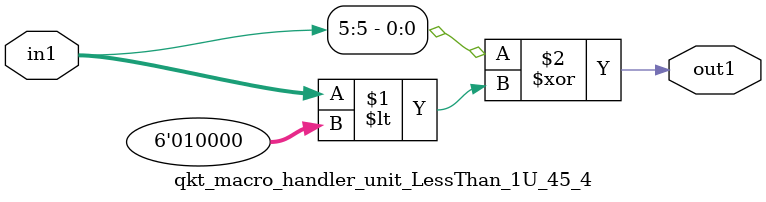
<source format=v>

`timescale 1ps / 1ps


module qkt_macro_handler_unit_LessThan_1U_45_4( in1, out1 );

    input [5:0] in1;
    output out1;

    
    // rtl_process:qkt_macro_handler_unit_LessThan_1U_45_4/qkt_macro_handler_unit_LessThan_1U_45_4_thread_1
    assign out1 = (in1[5] ^ in1 < 6'd16);

endmodule


</source>
